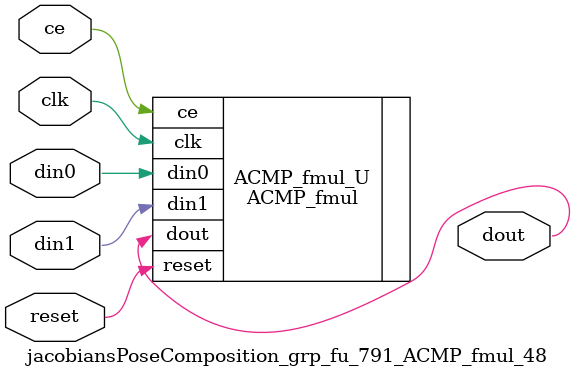
<source format=v>

`timescale 1 ns / 1 ps
module jacobiansPoseComposition_grp_fu_791_ACMP_fmul_48(
    clk,
    reset,
    ce,
    din0,
    din1,
    dout);

parameter ID = 32'd1;
parameter NUM_STAGE = 32'd1;
parameter din0_WIDTH = 32'd1;
parameter din1_WIDTH = 32'd1;
parameter dout_WIDTH = 32'd1;
input clk;
input reset;
input ce;
input[din0_WIDTH - 1:0] din0;
input[din1_WIDTH - 1:0] din1;
output[dout_WIDTH - 1:0] dout;



ACMP_fmul #(
.ID( ID ),
.NUM_STAGE( 4 ),
.din0_WIDTH( din0_WIDTH ),
.din1_WIDTH( din1_WIDTH ),
.dout_WIDTH( dout_WIDTH ))
ACMP_fmul_U(
    .clk( clk ),
    .reset( reset ),
    .ce( ce ),
    .din0( din0 ),
    .din1( din1 ),
    .dout( dout ));

endmodule

</source>
